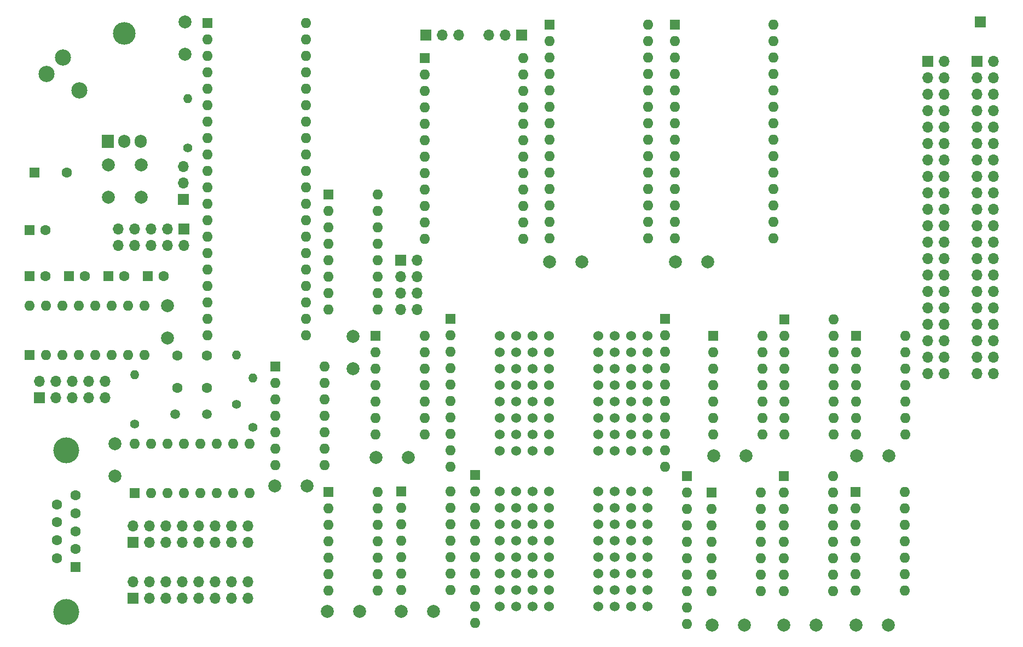
<source format=gbr>
G04 #@! TF.GenerationSoftware,KiCad,Pcbnew,5.1.4-e60b266~84~ubuntu18.04.1*
G04 #@! TF.CreationDate,2022-01-19T21:44:39+01:00*
G04 #@! TF.ProjectId,Serial_Mem_MPF-B,53657269-616c-45f4-9d65-6d5f4d50462d,rev?*
G04 #@! TF.SameCoordinates,Original*
G04 #@! TF.FileFunction,Soldermask,Bot*
G04 #@! TF.FilePolarity,Negative*
%FSLAX46Y46*%
G04 Gerber Fmt 4.6, Leading zero omitted, Abs format (unit mm)*
G04 Created by KiCad (PCBNEW 5.1.4-e60b266~84~ubuntu18.04.1) date 2022-01-19 21:44:39*
%MOMM*%
%LPD*%
G04 APERTURE LIST*
%ADD10O,1.700000X1.700000*%
%ADD11R,1.700000X1.700000*%
%ADD12O,1.600000X1.600000*%
%ADD13R,1.600000X1.600000*%
%ADD14C,1.600000*%
%ADD15C,2.000000*%
%ADD16C,1.500000*%
%ADD17C,1.524000*%
%ADD18O,1.905000X2.000000*%
%ADD19R,1.905000X2.000000*%
%ADD20O,3.500000X3.500000*%
%ADD21O,1.400000X1.400000*%
%ADD22C,1.400000*%
%ADD23C,2.500000*%
%ADD24C,4.000000*%
G04 APERTURE END LIST*
D10*
X133858000Y-78740000D03*
X131318000Y-78740000D03*
X133858000Y-76200000D03*
X131318000Y-76200000D03*
X133858000Y-73660000D03*
X131318000Y-73660000D03*
X133858000Y-71120000D03*
D11*
X131318000Y-71120000D03*
D12*
X127762000Y-106934000D03*
X120142000Y-122174000D03*
X127762000Y-109474000D03*
X120142000Y-119634000D03*
X127762000Y-112014000D03*
X120142000Y-117094000D03*
X127762000Y-114554000D03*
X120142000Y-114554000D03*
X127762000Y-117094000D03*
X120142000Y-112014000D03*
X127762000Y-119634000D03*
X120142000Y-109474000D03*
X127762000Y-122174000D03*
D13*
X120142000Y-106934000D03*
D12*
X209296000Y-106934000D03*
X201676000Y-122174000D03*
X209296000Y-109474000D03*
X201676000Y-119634000D03*
X209296000Y-112014000D03*
X201676000Y-117094000D03*
X209296000Y-114554000D03*
X201676000Y-114554000D03*
X209296000Y-117094000D03*
X201676000Y-112014000D03*
X209296000Y-119634000D03*
X201676000Y-109474000D03*
X209296000Y-122174000D03*
D13*
X201676000Y-106934000D03*
D12*
X127762000Y-60960000D03*
X120142000Y-78740000D03*
X127762000Y-63500000D03*
X120142000Y-76200000D03*
X127762000Y-66040000D03*
X120142000Y-73660000D03*
X127762000Y-68580000D03*
X120142000Y-71120000D03*
X127762000Y-71120000D03*
X120142000Y-68580000D03*
X127762000Y-73660000D03*
X120142000Y-66040000D03*
X127762000Y-76200000D03*
X120142000Y-63500000D03*
X127762000Y-78740000D03*
D13*
X120142000Y-60960000D03*
D10*
X140258800Y-36322000D03*
X137718800Y-36322000D03*
D11*
X135178800Y-36322000D03*
D12*
X150317200Y-39878000D03*
X135077200Y-67818000D03*
X150317200Y-42418000D03*
X135077200Y-65278000D03*
X150317200Y-44958000D03*
X135077200Y-62738000D03*
X150317200Y-47498000D03*
X135077200Y-60198000D03*
X150317200Y-50038000D03*
X135077200Y-57658000D03*
X150317200Y-52578000D03*
X135077200Y-55118000D03*
X150317200Y-55118000D03*
X135077200Y-52578000D03*
X150317200Y-57658000D03*
X135077200Y-50038000D03*
X150317200Y-60198000D03*
X135077200Y-47498000D03*
X150317200Y-62738000D03*
X135077200Y-44958000D03*
X150317200Y-65278000D03*
X135077200Y-42418000D03*
X150317200Y-67818000D03*
D13*
X135077200Y-39878000D03*
D10*
X144983200Y-36347400D03*
X147523200Y-36347400D03*
D11*
X150063200Y-36347400D03*
D10*
X223012000Y-88671400D03*
X220472000Y-88671400D03*
X223012000Y-86131400D03*
X220472000Y-86131400D03*
X223012000Y-83591400D03*
X220472000Y-83591400D03*
X223012000Y-81051400D03*
X220472000Y-81051400D03*
X223012000Y-78511400D03*
X220472000Y-78511400D03*
X223012000Y-75971400D03*
X220472000Y-75971400D03*
X223012000Y-73431400D03*
X220472000Y-73431400D03*
X223012000Y-70891400D03*
X220472000Y-70891400D03*
X223012000Y-68351400D03*
X220472000Y-68351400D03*
X223012000Y-65811400D03*
X220472000Y-65811400D03*
X223012000Y-63271400D03*
X220472000Y-63271400D03*
X223012000Y-60731400D03*
X220472000Y-60731400D03*
X223012000Y-58191400D03*
X220472000Y-58191400D03*
X223012000Y-55651400D03*
X220472000Y-55651400D03*
X223012000Y-53111400D03*
X220472000Y-53111400D03*
X223012000Y-50571400D03*
X220472000Y-50571400D03*
X223012000Y-48031400D03*
X220472000Y-48031400D03*
X223012000Y-45491400D03*
X220472000Y-45491400D03*
X223012000Y-42951400D03*
X220472000Y-42951400D03*
X223012000Y-40411400D03*
D11*
X220472000Y-40411400D03*
D10*
X215417400Y-88671400D03*
X212877400Y-88671400D03*
X215417400Y-86131400D03*
X212877400Y-86131400D03*
X215417400Y-83591400D03*
X212877400Y-83591400D03*
X215417400Y-81051400D03*
X212877400Y-81051400D03*
X215417400Y-78511400D03*
X212877400Y-78511400D03*
X215417400Y-75971400D03*
X212877400Y-75971400D03*
X215417400Y-73431400D03*
X212877400Y-73431400D03*
X215417400Y-70891400D03*
X212877400Y-70891400D03*
X215417400Y-68351400D03*
X212877400Y-68351400D03*
X215417400Y-65811400D03*
X212877400Y-65811400D03*
X215417400Y-63271400D03*
X212877400Y-63271400D03*
X215417400Y-60731400D03*
X212877400Y-60731400D03*
X215417400Y-58191400D03*
X212877400Y-58191400D03*
X215417400Y-55651400D03*
X212877400Y-55651400D03*
X215417400Y-53111400D03*
X212877400Y-53111400D03*
X215417400Y-50571400D03*
X212877400Y-50571400D03*
X215417400Y-48031400D03*
X212877400Y-48031400D03*
X215417400Y-45491400D03*
X212877400Y-45491400D03*
X215417400Y-42951400D03*
X212877400Y-42951400D03*
X215417400Y-40411400D03*
D11*
X212877400Y-40411400D03*
D12*
X198170800Y-104444800D03*
X190550800Y-122224800D03*
X198170800Y-106984800D03*
X190550800Y-119684800D03*
X198170800Y-109524800D03*
X190550800Y-117144800D03*
X198170800Y-112064800D03*
X190550800Y-114604800D03*
X198170800Y-114604800D03*
X190550800Y-112064800D03*
X198170800Y-117144800D03*
X190550800Y-109524800D03*
X198170800Y-119684800D03*
X190550800Y-106984800D03*
X198170800Y-122224800D03*
D13*
X190550800Y-104444800D03*
D14*
X88606000Y-73583800D03*
D13*
X86106000Y-73583800D03*
D15*
X111840000Y-106019600D03*
X116840000Y-106019600D03*
X97967800Y-39264600D03*
X97967800Y-34264600D03*
X87122000Y-104491800D03*
X87122000Y-99491800D03*
X201806800Y-101346000D03*
X206806800Y-101346000D03*
X190580000Y-127508000D03*
X195580000Y-127508000D03*
X131372600Y-125399800D03*
X136372600Y-125399800D03*
D12*
X116687600Y-34417000D03*
X101447600Y-82677000D03*
X116687600Y-36957000D03*
X101447600Y-80137000D03*
X116687600Y-39497000D03*
X101447600Y-77597000D03*
X116687600Y-42037000D03*
X101447600Y-75057000D03*
X116687600Y-44577000D03*
X101447600Y-72517000D03*
X116687600Y-47117000D03*
X101447600Y-69977000D03*
X116687600Y-49657000D03*
X101447600Y-67437000D03*
X116687600Y-52197000D03*
X101447600Y-64897000D03*
X116687600Y-54737000D03*
X101447600Y-62357000D03*
X116687600Y-57277000D03*
X101447600Y-59817000D03*
X116687600Y-59817000D03*
X101447600Y-57277000D03*
X116687600Y-62357000D03*
X101447600Y-54737000D03*
X116687600Y-64897000D03*
X101447600Y-52197000D03*
X116687600Y-67437000D03*
X101447600Y-49657000D03*
X116687600Y-69977000D03*
X101447600Y-47117000D03*
X116687600Y-72517000D03*
X101447600Y-44577000D03*
X116687600Y-75057000D03*
X101447600Y-42037000D03*
X116687600Y-77597000D03*
X101447600Y-39497000D03*
X116687600Y-80137000D03*
X101447600Y-36957000D03*
X116687600Y-82677000D03*
D13*
X101447600Y-34417000D03*
D12*
X119583200Y-87503000D03*
X111963200Y-102743000D03*
X119583200Y-90043000D03*
X111963200Y-100203000D03*
X119583200Y-92583000D03*
X111963200Y-97663000D03*
X119583200Y-95123000D03*
X111963200Y-95123000D03*
X119583200Y-97663000D03*
X111963200Y-92583000D03*
X119583200Y-100203000D03*
X111963200Y-90043000D03*
X119583200Y-102743000D03*
D13*
X111963200Y-87503000D03*
D12*
X73914000Y-78155800D03*
X91694000Y-85775800D03*
X76454000Y-78155800D03*
X89154000Y-85775800D03*
X78994000Y-78155800D03*
X86614000Y-85775800D03*
X81534000Y-78155800D03*
X84074000Y-85775800D03*
X84074000Y-78155800D03*
X81534000Y-85775800D03*
X86614000Y-78155800D03*
X78994000Y-85775800D03*
X89154000Y-78155800D03*
X76454000Y-85775800D03*
X91694000Y-78155800D03*
D13*
X73914000Y-85775800D03*
D16*
X101346000Y-94919800D03*
X96446000Y-94919800D03*
D10*
X85598000Y-89839800D03*
X85598000Y-92379800D03*
X83058000Y-89839800D03*
X83058000Y-92379800D03*
X80518000Y-89839800D03*
X80518000Y-92379800D03*
X77978000Y-89839800D03*
X77978000Y-92379800D03*
X75438000Y-89839800D03*
D11*
X75438000Y-92379800D03*
D17*
X149199600Y-106857800D03*
X149199600Y-124637800D03*
X149199600Y-122097800D03*
X149199600Y-111937800D03*
X149199600Y-117017800D03*
X146659600Y-109397800D03*
X149199600Y-119557800D03*
X149199600Y-114477800D03*
X154279600Y-114477800D03*
X154279600Y-122097800D03*
X154279600Y-106857800D03*
X154279600Y-109397800D03*
X154279600Y-119557800D03*
X154279600Y-124637800D03*
X154279600Y-117017800D03*
X154279600Y-111937800D03*
X151739600Y-106857800D03*
X151739600Y-109397800D03*
X151739600Y-111937800D03*
X151739600Y-114477800D03*
X151739600Y-117017800D03*
X151739600Y-119557800D03*
X151739600Y-122097800D03*
X151739600Y-124637800D03*
X146659600Y-124637800D03*
X146659600Y-122097800D03*
X146659600Y-119557800D03*
X146659600Y-117017800D03*
X146659600Y-114477800D03*
X146659600Y-111937800D03*
X149199600Y-109397800D03*
X146659600Y-106857800D03*
X164439600Y-106857800D03*
X164439600Y-124637800D03*
X164439600Y-122097800D03*
X164439600Y-111937800D03*
X164439600Y-117017800D03*
X161899600Y-109397800D03*
X164439600Y-119557800D03*
X164439600Y-114477800D03*
X169519600Y-114477800D03*
X169519600Y-122097800D03*
X169519600Y-106857800D03*
X169519600Y-109397800D03*
X169519600Y-119557800D03*
X169519600Y-124637800D03*
X169519600Y-117017800D03*
X169519600Y-111937800D03*
X166979600Y-106857800D03*
X166979600Y-109397800D03*
X166979600Y-111937800D03*
X166979600Y-114477800D03*
X166979600Y-117017800D03*
X166979600Y-119557800D03*
X166979600Y-122097800D03*
X166979600Y-124637800D03*
X161899600Y-124637800D03*
X161899600Y-122097800D03*
X161899600Y-119557800D03*
X161899600Y-117017800D03*
X161899600Y-114477800D03*
X161899600Y-111937800D03*
X164439600Y-109397800D03*
X161899600Y-106857800D03*
X164465000Y-82804000D03*
X164465000Y-100584000D03*
X164465000Y-98044000D03*
X164465000Y-87884000D03*
X164465000Y-92964000D03*
X161925000Y-85344000D03*
X164465000Y-95504000D03*
X164465000Y-90424000D03*
X169545000Y-90424000D03*
X169545000Y-98044000D03*
X169545000Y-82804000D03*
X169545000Y-85344000D03*
X169545000Y-95504000D03*
X169545000Y-100584000D03*
X169545000Y-92964000D03*
X169545000Y-87884000D03*
X167005000Y-82804000D03*
X167005000Y-85344000D03*
X167005000Y-87884000D03*
X167005000Y-90424000D03*
X167005000Y-92964000D03*
X167005000Y-95504000D03*
X167005000Y-98044000D03*
X167005000Y-100584000D03*
X161925000Y-100584000D03*
X161925000Y-98044000D03*
X161925000Y-95504000D03*
X161925000Y-92964000D03*
X161925000Y-90424000D03*
X161925000Y-87884000D03*
X164465000Y-85344000D03*
X161925000Y-82804000D03*
X149225000Y-82804000D03*
X149225000Y-100584000D03*
X149225000Y-98044000D03*
X149225000Y-87884000D03*
X149225000Y-92964000D03*
X146685000Y-85344000D03*
X149225000Y-95504000D03*
X149225000Y-90424000D03*
X154305000Y-90424000D03*
X154305000Y-98044000D03*
X154305000Y-82804000D03*
X154305000Y-85344000D03*
X154305000Y-95504000D03*
X154305000Y-100584000D03*
X154305000Y-92964000D03*
X154305000Y-87884000D03*
X151765000Y-82804000D03*
X151765000Y-85344000D03*
X151765000Y-87884000D03*
X151765000Y-90424000D03*
X151765000Y-92964000D03*
X151765000Y-95504000D03*
X151765000Y-98044000D03*
X151765000Y-100584000D03*
X146685000Y-100584000D03*
X146685000Y-98044000D03*
X146685000Y-95504000D03*
X146685000Y-92964000D03*
X146685000Y-90424000D03*
X146685000Y-87884000D03*
X149225000Y-85344000D03*
X146685000Y-82804000D03*
D12*
X139039600Y-106857800D03*
X131419600Y-122097800D03*
X139039600Y-109397800D03*
X131419600Y-119557800D03*
X139039600Y-111937800D03*
X131419600Y-117017800D03*
X139039600Y-114477800D03*
X131419600Y-114477800D03*
X139039600Y-117017800D03*
X131419600Y-111937800D03*
X139039600Y-119557800D03*
X131419600Y-109397800D03*
X139039600Y-122097800D03*
D13*
X131419600Y-106857800D03*
D12*
X187071000Y-107010200D03*
X179451000Y-122250200D03*
X187071000Y-109550200D03*
X179451000Y-119710200D03*
X187071000Y-112090200D03*
X179451000Y-117170200D03*
X187071000Y-114630200D03*
X179451000Y-114630200D03*
X187071000Y-117170200D03*
X179451000Y-112090200D03*
X187071000Y-119710200D03*
X179451000Y-109550200D03*
X187071000Y-122250200D03*
D13*
X179451000Y-107010200D03*
D12*
X135026400Y-82778600D03*
X127406400Y-98018600D03*
X135026400Y-85318600D03*
X127406400Y-95478600D03*
X135026400Y-87858600D03*
X127406400Y-92938600D03*
X135026400Y-90398600D03*
X127406400Y-90398600D03*
X135026400Y-92938600D03*
X127406400Y-87858600D03*
X135026400Y-95478600D03*
X127406400Y-85318600D03*
X135026400Y-98018600D03*
D13*
X127406400Y-82778600D03*
D12*
X187325000Y-82829400D03*
X179705000Y-98069400D03*
X187325000Y-85369400D03*
X179705000Y-95529400D03*
X187325000Y-87909400D03*
X179705000Y-92989400D03*
X187325000Y-90449400D03*
X179705000Y-90449400D03*
X187325000Y-92989400D03*
X179705000Y-87909400D03*
X187325000Y-95529400D03*
X179705000Y-85369400D03*
X187325000Y-98069400D03*
D13*
X179705000Y-82829400D03*
D12*
X169570800Y-34723400D03*
X154330800Y-67743400D03*
X169570800Y-37263400D03*
X154330800Y-65203400D03*
X169570800Y-39803400D03*
X154330800Y-62663400D03*
X169570800Y-42343400D03*
X154330800Y-60123400D03*
X169570800Y-44883400D03*
X154330800Y-57583400D03*
X169570800Y-47423400D03*
X154330800Y-55043400D03*
X169570800Y-49963400D03*
X154330800Y-52503400D03*
X169570800Y-52503400D03*
X154330800Y-49963400D03*
X169570800Y-55043400D03*
X154330800Y-47423400D03*
X169570800Y-57583400D03*
X154330800Y-44883400D03*
X169570800Y-60123400D03*
X154330800Y-42343400D03*
X169570800Y-62663400D03*
X154330800Y-39803400D03*
X169570800Y-65203400D03*
X154330800Y-37263400D03*
X169570800Y-67743400D03*
D13*
X154330800Y-34723400D03*
D12*
X188970800Y-34723400D03*
X173730800Y-67743400D03*
X188970800Y-37263400D03*
X173730800Y-65203400D03*
X188970800Y-39803400D03*
X173730800Y-62663400D03*
X188970800Y-42343400D03*
X173730800Y-60123400D03*
X188970800Y-44883400D03*
X173730800Y-57583400D03*
X188970800Y-47423400D03*
X173730800Y-55043400D03*
X188970800Y-49963400D03*
X173730800Y-52503400D03*
X188970800Y-52503400D03*
X173730800Y-49963400D03*
X188970800Y-55043400D03*
X173730800Y-47423400D03*
X188970800Y-57583400D03*
X173730800Y-44883400D03*
X188970800Y-60123400D03*
X173730800Y-42343400D03*
X188970800Y-62663400D03*
X173730800Y-39803400D03*
X188970800Y-65203400D03*
X173730800Y-37263400D03*
X188970800Y-67743400D03*
D13*
X173730800Y-34723400D03*
D12*
X209372200Y-82829400D03*
X201752200Y-98069400D03*
X209372200Y-85369400D03*
X201752200Y-95529400D03*
X209372200Y-87909400D03*
X201752200Y-92989400D03*
X209372200Y-90449400D03*
X201752200Y-90449400D03*
X209372200Y-92989400D03*
X201752200Y-87909400D03*
X209372200Y-95529400D03*
X201752200Y-85369400D03*
X209372200Y-98069400D03*
D13*
X201752200Y-82829400D03*
D12*
X198297800Y-80289400D03*
X190677800Y-98069400D03*
X198297800Y-82829400D03*
X190677800Y-95529400D03*
X198297800Y-85369400D03*
X190677800Y-92989400D03*
X198297800Y-87909400D03*
X190677800Y-90449400D03*
X198297800Y-90449400D03*
X190677800Y-87909400D03*
X198297800Y-92989400D03*
X190677800Y-85369400D03*
X198297800Y-95529400D03*
X190677800Y-82829400D03*
X198297800Y-98069400D03*
D13*
X190677800Y-80289400D03*
D18*
X91116000Y-52731800D03*
X88576000Y-52731800D03*
D19*
X86036000Y-52731800D03*
D20*
X88576000Y-36071800D03*
D12*
X90170000Y-99491800D03*
X107950000Y-107111800D03*
X92710000Y-99491800D03*
X105410000Y-107111800D03*
X95250000Y-99491800D03*
X102870000Y-107111800D03*
X97790000Y-99491800D03*
X100330000Y-107111800D03*
X100330000Y-99491800D03*
X97790000Y-107111800D03*
X102870000Y-99491800D03*
X95250000Y-107111800D03*
X105410000Y-99491800D03*
X92710000Y-107111800D03*
X107950000Y-99491800D03*
D13*
X90170000Y-107111800D03*
D12*
X142849600Y-127177800D03*
X142849600Y-124637800D03*
X142849600Y-122097800D03*
X142849600Y-119557800D03*
X142849600Y-117017800D03*
X142849600Y-114477800D03*
X142849600Y-111937800D03*
X142849600Y-109397800D03*
X142849600Y-106857800D03*
D13*
X142849600Y-104317800D03*
D12*
X175641000Y-127330200D03*
X175641000Y-124790200D03*
X175641000Y-122250200D03*
X175641000Y-119710200D03*
X175641000Y-117170200D03*
X175641000Y-114630200D03*
X175641000Y-112090200D03*
X175641000Y-109550200D03*
X175641000Y-107010200D03*
D13*
X175641000Y-104470200D03*
D12*
X139039600Y-103047800D03*
X139039600Y-100507800D03*
X139039600Y-97967800D03*
X139039600Y-95427800D03*
X139039600Y-92887800D03*
X139039600Y-90347800D03*
X139039600Y-87807800D03*
X139039600Y-85267800D03*
X139039600Y-82727800D03*
D13*
X139039600Y-80187800D03*
D12*
X172186600Y-103047800D03*
X172186600Y-100507800D03*
X172186600Y-97967800D03*
X172186600Y-95427800D03*
X172186600Y-92887800D03*
X172186600Y-90347800D03*
X172186600Y-87807800D03*
X172186600Y-85267800D03*
X172186600Y-82727800D03*
D13*
X172186600Y-80187800D03*
D21*
X90170000Y-88823800D03*
D22*
X90170000Y-96443800D03*
D21*
X98374200Y-46177200D03*
D22*
X98374200Y-53797200D03*
D21*
X105918000Y-85775800D03*
D22*
X105918000Y-93395800D03*
D21*
X108458000Y-89331800D03*
D22*
X108458000Y-96951800D03*
D23*
X81661000Y-44881800D03*
X79121000Y-39801800D03*
X76581000Y-42341800D03*
D11*
X220980000Y-34290000D03*
D10*
X107696000Y-120827800D03*
X107696000Y-123367800D03*
X105156000Y-120827800D03*
X105156000Y-123367800D03*
X102616000Y-120827800D03*
X102616000Y-123367800D03*
X100076000Y-120827800D03*
X100076000Y-123367800D03*
X97536000Y-120827800D03*
X97536000Y-123367800D03*
X94996000Y-120827800D03*
X94996000Y-123367800D03*
X92456000Y-120827800D03*
X92456000Y-123367800D03*
X89916000Y-120827800D03*
D11*
X89916000Y-123367800D03*
D10*
X107696000Y-112191800D03*
X107696000Y-114731800D03*
X105156000Y-112191800D03*
X105156000Y-114731800D03*
X102616000Y-112191800D03*
X102616000Y-114731800D03*
X100076000Y-112191800D03*
X100076000Y-114731800D03*
X97536000Y-112191800D03*
X97536000Y-114731800D03*
X94996000Y-112191800D03*
X94996000Y-114731800D03*
X92456000Y-112191800D03*
X92456000Y-114731800D03*
X89916000Y-112191800D03*
D11*
X89916000Y-114731800D03*
D24*
X79606000Y-125501800D03*
X79606000Y-100501800D03*
D14*
X78186000Y-108846800D03*
X78186000Y-111616800D03*
X78186000Y-114386800D03*
X78186000Y-117156800D03*
X81026000Y-107461800D03*
X81026000Y-110231800D03*
X81026000Y-113001800D03*
X81026000Y-115771800D03*
D13*
X81026000Y-118541800D03*
D10*
X97713800Y-56616600D03*
X97713800Y-59156600D03*
D11*
X97713800Y-61696600D03*
D10*
X87630000Y-68808600D03*
X87630000Y-66268600D03*
X90170000Y-68808600D03*
X90170000Y-66268600D03*
X92710000Y-68808600D03*
X92710000Y-66268600D03*
X95250000Y-68808600D03*
X95250000Y-66268600D03*
X97790000Y-68808600D03*
D11*
X97790000Y-66268600D03*
D15*
X91186000Y-56391800D03*
X91186000Y-61391800D03*
X86106000Y-56391800D03*
X86106000Y-61391800D03*
D14*
X79676000Y-57581800D03*
D13*
X74676000Y-57581800D03*
D15*
X179708800Y-101320600D03*
X184708800Y-101320600D03*
X95250000Y-78155800D03*
X95250000Y-83155800D03*
D14*
X82510000Y-73583800D03*
D13*
X80010000Y-73583800D03*
D14*
X94702000Y-73583800D03*
D13*
X92202000Y-73583800D03*
D14*
X76414000Y-66471800D03*
D13*
X73914000Y-66471800D03*
D15*
X173816000Y-71374000D03*
X178816000Y-71374000D03*
X201756000Y-127508000D03*
X206756000Y-127508000D03*
X154308800Y-71399400D03*
X159308800Y-71399400D03*
X119968000Y-125399800D03*
X124968000Y-125399800D03*
D14*
X76414000Y-73583800D03*
D13*
X73914000Y-73583800D03*
D15*
X123977400Y-87880200D03*
X123977400Y-82880200D03*
X179454800Y-127508000D03*
X184454800Y-127508000D03*
X127511800Y-101600000D03*
X132511800Y-101600000D03*
D14*
X96774000Y-85855800D03*
X96774000Y-90855800D03*
X101346000Y-85855800D03*
X101346000Y-90855800D03*
M02*

</source>
